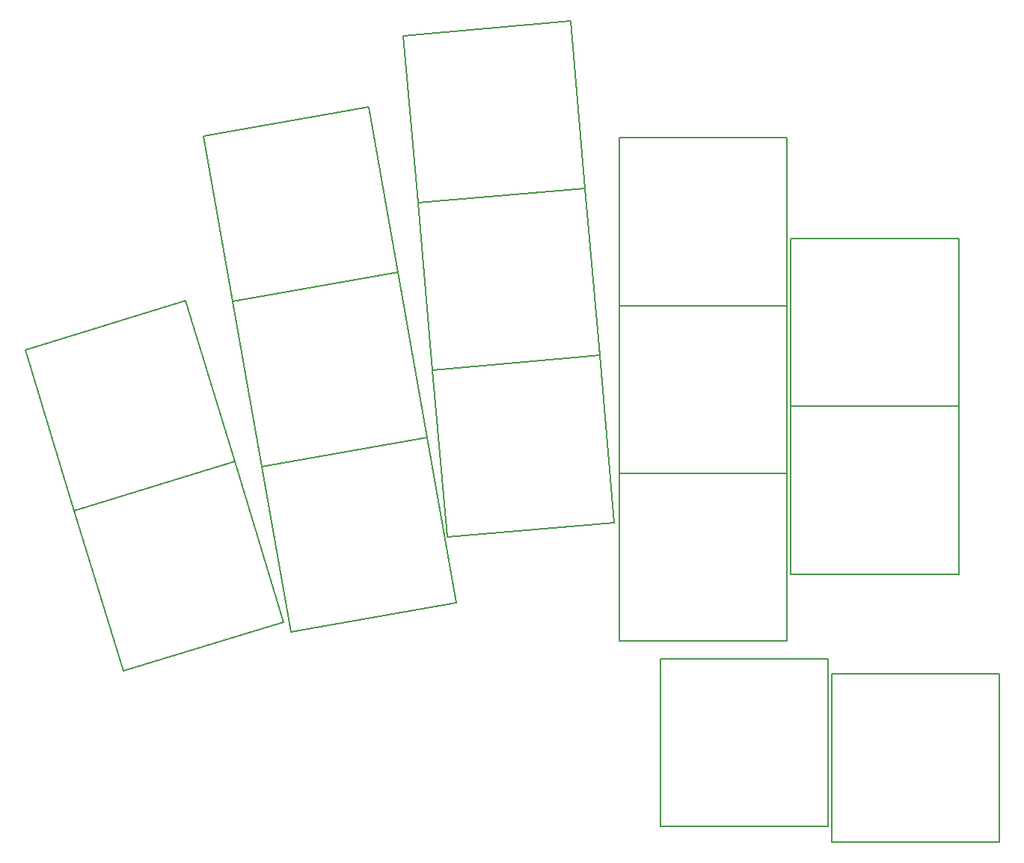
<source format=gbr>
%TF.GenerationSoftware,KiCad,Pcbnew,(6.0.7-1)-1*%
%TF.CreationDate,2022-08-15T16:00:23+02:00*%
%TF.ProjectId,plate,706c6174-652e-46b6-9963-61645f706362,v1.0.0*%
%TF.SameCoordinates,Original*%
%TF.FileFunction,OtherDrawing,Comment*%
%FSLAX46Y46*%
G04 Gerber Fmt 4.6, Leading zero omitted, Abs format (unit mm)*
G04 Created by KiCad (PCBNEW (6.0.7-1)-1) date 2022-08-15 16:00:23*
%MOMM*%
%LPD*%
G01*
G04 APERTURE LIST*
%ADD10C,0.150000*%
G04 APERTURE END LIST*
D10*
%TO.C,S7*%
X240454954Y-94797546D02*
X238798995Y-75869847D01*
X238798995Y-75869847D02*
X257726694Y-74213888D01*
X238798995Y-75869847D02*
X257726694Y-74213888D01*
X240454954Y-94797546D02*
X238798995Y-75869847D01*
X259382653Y-93141587D02*
X240454954Y-94797546D01*
X257726694Y-74213888D02*
X259382653Y-93141587D01*
X259382653Y-93141587D02*
X240454954Y-94797546D01*
X257726694Y-74213888D02*
X259382653Y-93141587D01*
%TO.C,S8*%
X256070735Y-55286189D02*
X257726694Y-74213888D01*
X256070735Y-55286189D02*
X257726694Y-74213888D01*
X238798995Y-75869847D02*
X237143036Y-56942148D01*
X237143036Y-56942148D02*
X256070735Y-55286189D01*
X238798995Y-75869847D02*
X237143036Y-56942148D01*
X237143036Y-56942148D02*
X256070735Y-55286189D01*
X257726694Y-74213888D02*
X238798995Y-75869847D01*
X257726694Y-74213888D02*
X238798995Y-75869847D01*
%TO.C,S4*%
X236532437Y-83683166D02*
X239831752Y-102394513D01*
X239831752Y-102394513D02*
X221120405Y-105693828D01*
X221120405Y-105693828D02*
X217821090Y-86982481D01*
X217821090Y-86982481D02*
X236532437Y-83683166D01*
X239831752Y-102394513D02*
X221120405Y-105693828D01*
X221120405Y-105693828D02*
X217821090Y-86982481D01*
X236532437Y-83683166D02*
X239831752Y-102394513D01*
X217821090Y-86982481D02*
X236532437Y-83683166D01*
%TO.C,S1*%
X199903760Y-110681477D02*
X218073550Y-105126415D01*
X223628612Y-123296205D02*
X205458822Y-128851267D01*
X199903760Y-110681477D02*
X218073550Y-105126415D01*
X218073550Y-105126415D02*
X223628612Y-123296205D01*
X205458822Y-128851267D02*
X199903760Y-110681477D01*
X205458822Y-128851267D02*
X199903760Y-110681477D01*
X223628612Y-123296205D02*
X205458822Y-128851267D01*
X218073550Y-105126415D02*
X223628612Y-123296205D01*
%TO.C,S9*%
X280615601Y-125486367D02*
X261615601Y-125486367D01*
X280615601Y-106486367D02*
X280615601Y-125486367D01*
X261615601Y-125486367D02*
X261615601Y-106486367D01*
X280615601Y-106486367D02*
X280615601Y-125486367D01*
X261615601Y-125486367D02*
X261615601Y-106486367D01*
X280615601Y-125486367D02*
X261615601Y-125486367D01*
X261615601Y-106486367D02*
X280615601Y-106486367D01*
X261615601Y-106486367D02*
X280615601Y-106486367D01*
%TO.C,S12*%
X281015601Y-98886367D02*
X300015601Y-98886367D01*
X281015601Y-117886367D02*
X281015601Y-98886367D01*
X300015601Y-98886367D02*
X300015601Y-117886367D01*
X300015601Y-117886367D02*
X281015601Y-117886367D01*
X300015601Y-98886367D02*
X300015601Y-117886367D01*
X281015601Y-98886367D02*
X300015601Y-98886367D01*
X281015601Y-117886367D02*
X281015601Y-98886367D01*
X300015601Y-117886367D02*
X281015601Y-117886367D01*
%TO.C,S14*%
X285240601Y-146486367D02*
X266240601Y-146486367D01*
X285240601Y-127486367D02*
X285240601Y-146486367D01*
X266240601Y-146486367D02*
X266240601Y-127486367D01*
X285240601Y-127486367D02*
X285240601Y-146486367D01*
X285240601Y-146486367D02*
X266240601Y-146486367D01*
X266240601Y-146486367D02*
X266240601Y-127486367D01*
X266240601Y-127486367D02*
X285240601Y-127486367D01*
X266240601Y-127486367D02*
X285240601Y-127486367D01*
%TO.C,S3*%
X243131068Y-121105860D02*
X224419721Y-124405175D01*
X243131068Y-121105860D02*
X224419721Y-124405175D01*
X224419721Y-124405175D02*
X221120406Y-105693828D01*
X239831753Y-102394513D02*
X243131068Y-121105860D01*
X224419721Y-124405175D02*
X221120406Y-105693828D01*
X221120406Y-105693828D02*
X239831753Y-102394513D01*
X239831753Y-102394513D02*
X243131068Y-121105860D01*
X221120406Y-105693828D02*
X239831753Y-102394513D01*
%TO.C,S6*%
X259382654Y-93141587D02*
X261038613Y-112069286D01*
X259382654Y-93141587D02*
X261038613Y-112069286D01*
X240454955Y-94797546D02*
X259382654Y-93141587D01*
X242110914Y-113725245D02*
X240454955Y-94797546D01*
X240454955Y-94797546D02*
X259382654Y-93141587D01*
X242110914Y-113725245D02*
X240454955Y-94797546D01*
X261038613Y-112069286D02*
X242110914Y-113725245D01*
X261038613Y-112069286D02*
X242110914Y-113725245D01*
%TO.C,S15*%
X285640601Y-148196367D02*
X285640601Y-129196367D01*
X285640601Y-148196367D02*
X285640601Y-129196367D01*
X304640601Y-148196367D02*
X285640601Y-148196367D01*
X285640601Y-129196367D02*
X304640601Y-129196367D01*
X304640601Y-148196367D02*
X285640601Y-148196367D01*
X304640601Y-129196367D02*
X304640601Y-148196367D01*
X304640601Y-129196367D02*
X304640601Y-148196367D01*
X285640601Y-129196367D02*
X304640601Y-129196367D01*
%TO.C,S11*%
X280615601Y-87486367D02*
X261615601Y-87486367D01*
X261615601Y-68486367D02*
X280615601Y-68486367D01*
X280615601Y-68486367D02*
X280615601Y-87486367D01*
X280615601Y-87486367D02*
X261615601Y-87486367D01*
X280615601Y-68486367D02*
X280615601Y-87486367D01*
X261615601Y-87486367D02*
X261615601Y-68486367D01*
X261615601Y-87486367D02*
X261615601Y-68486367D01*
X261615601Y-68486367D02*
X280615601Y-68486367D01*
%TO.C,S2*%
X194348697Y-92511686D02*
X212518487Y-86956624D01*
X218073549Y-105126414D02*
X199903759Y-110681476D01*
X212518487Y-86956624D02*
X218073549Y-105126414D01*
X212518487Y-86956624D02*
X218073549Y-105126414D01*
X199903759Y-110681476D02*
X194348697Y-92511686D01*
X199903759Y-110681476D02*
X194348697Y-92511686D01*
X218073549Y-105126414D02*
X199903759Y-110681476D01*
X194348697Y-92511686D02*
X212518487Y-86956624D01*
%TO.C,S13*%
X281015601Y-98886367D02*
X281015601Y-79886367D01*
X300015601Y-98886367D02*
X281015601Y-98886367D01*
X281015601Y-79886367D02*
X300015601Y-79886367D01*
X300015601Y-98886367D02*
X281015601Y-98886367D01*
X281015601Y-98886367D02*
X281015601Y-79886367D01*
X281015601Y-79886367D02*
X300015601Y-79886367D01*
X300015601Y-79886367D02*
X300015601Y-98886367D01*
X300015601Y-79886367D02*
X300015601Y-98886367D01*
%TO.C,S5*%
X236532437Y-83683166D02*
X217821090Y-86982481D01*
X236532437Y-83683166D02*
X217821090Y-86982481D01*
X217821090Y-86982481D02*
X214521775Y-68271134D01*
X233233122Y-64971819D02*
X236532437Y-83683166D01*
X214521775Y-68271134D02*
X233233122Y-64971819D01*
X214521775Y-68271134D02*
X233233122Y-64971819D01*
X233233122Y-64971819D02*
X236532437Y-83683166D01*
X217821090Y-86982481D02*
X214521775Y-68271134D01*
%TO.C,S10*%
X280615601Y-87486367D02*
X280615601Y-106486367D01*
X280615601Y-106486367D02*
X261615601Y-106486367D01*
X280615601Y-87486367D02*
X280615601Y-106486367D01*
X261615601Y-106486367D02*
X261615601Y-87486367D01*
X261615601Y-106486367D02*
X261615601Y-87486367D01*
X261615601Y-87486367D02*
X280615601Y-87486367D01*
X261615601Y-87486367D02*
X280615601Y-87486367D01*
X280615601Y-106486367D02*
X261615601Y-106486367D01*
%TD*%
M02*

</source>
